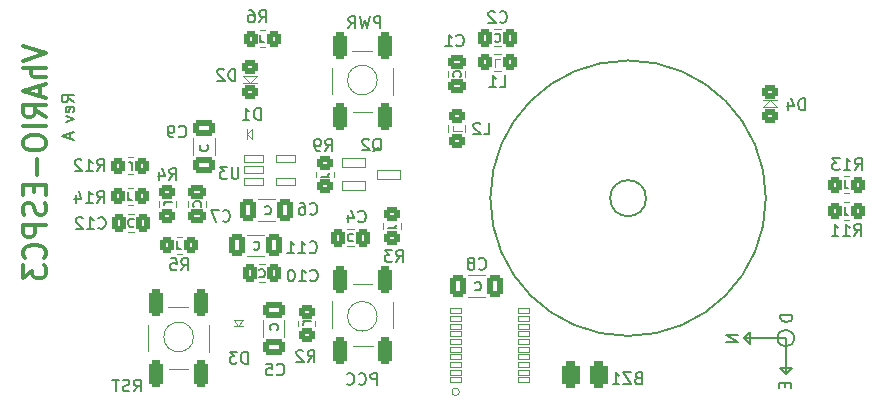
<source format=gbo>
G04 #@! TF.GenerationSoftware,KiCad,Pcbnew,6.99.0-unknown-58b8d63ff8~148~ubuntu20.04.1*
G04 #@! TF.CreationDate,2022-03-11T08:50:32+05:30*
G04 #@! TF.ProjectId,espc3-vario,65737063-332d-4766-9172-696f2e6b6963,rev?*
G04 #@! TF.SameCoordinates,Original*
G04 #@! TF.FileFunction,Legend,Bot*
G04 #@! TF.FilePolarity,Positive*
%FSLAX46Y46*%
G04 Gerber Fmt 4.6, Leading zero omitted, Abs format (unit mm)*
G04 Created by KiCad (PCBNEW 6.99.0-unknown-58b8d63ff8~148~ubuntu20.04.1) date 2022-03-11 08:50:32*
%MOMM*%
%LPD*%
G01*
G04 APERTURE LIST*
G04 Aperture macros list*
%AMRoundRect*
0 Rectangle with rounded corners*
0 $1 Rounding radius*
0 $2 $3 $4 $5 $6 $7 $8 $9 X,Y pos of 4 corners*
0 Add a 4 corners polygon primitive as box body*
4,1,4,$2,$3,$4,$5,$6,$7,$8,$9,$2,$3,0*
0 Add four circle primitives for the rounded corners*
1,1,$1+$1,$2,$3*
1,1,$1+$1,$4,$5*
1,1,$1+$1,$6,$7*
1,1,$1+$1,$8,$9*
0 Add four rect primitives between the rounded corners*
20,1,$1+$1,$2,$3,$4,$5,0*
20,1,$1+$1,$4,$5,$6,$7,0*
20,1,$1+$1,$6,$7,$8,$9,0*
20,1,$1+$1,$8,$9,$2,$3,0*%
G04 Aperture macros list end*
%ADD10C,0.150000*%
%ADD11C,0.300000*%
%ADD12C,0.120000*%
%ADD13R,1.700000X1.700000*%
%ADD14O,1.700000X1.700000*%
%ADD15C,2.500000*%
%ADD16O,1.800000X1.000000*%
%ADD17RoundRect,0.300000X0.300000X-0.843000X0.300000X0.843000X-0.300000X0.843000X-0.300000X-0.843000X0*%
%ADD18RoundRect,0.300000X-0.300000X0.843000X-0.300000X-0.843000X0.300000X-0.843000X0.300000X0.843000X0*%
%ADD19RoundRect,0.250000X0.412500X0.650000X-0.412500X0.650000X-0.412500X-0.650000X0.412500X-0.650000X0*%
%ADD20R,1.000000X1.000000*%
%ADD21RoundRect,0.250000X0.450000X-0.325000X0.450000X0.325000X-0.450000X0.325000X-0.450000X-0.325000X0*%
%ADD22RoundRect,0.250000X-0.650000X0.412500X-0.650000X-0.412500X0.650000X-0.412500X0.650000X0.412500X0*%
%ADD23RoundRect,0.250000X-0.325000X-0.450000X0.325000X-0.450000X0.325000X0.450000X-0.325000X0.450000X0*%
%ADD24RoundRect,0.250000X0.650000X-0.412500X0.650000X0.412500X-0.650000X0.412500X-0.650000X-0.412500X0*%
%ADD25RoundRect,0.250000X-0.337500X-0.475000X0.337500X-0.475000X0.337500X0.475000X-0.337500X0.475000X0*%
%ADD26RoundRect,0.250000X-0.350000X-0.450000X0.350000X-0.450000X0.350000X0.450000X-0.350000X0.450000X0*%
%ADD27RoundRect,0.250000X0.450000X-0.350000X0.450000X0.350000X-0.450000X0.350000X-0.450000X-0.350000X0*%
%ADD28RoundRect,0.250000X0.337500X0.475000X-0.337500X0.475000X-0.337500X-0.475000X0.337500X-0.475000X0*%
%ADD29RoundRect,0.050000X-0.500000X-0.200000X0.500000X-0.200000X0.500000X0.200000X-0.500000X0.200000X0*%
%ADD30RoundRect,0.250000X-0.450000X0.350000X-0.450000X-0.350000X0.450000X-0.350000X0.450000X0.350000X0*%
%ADD31RoundRect,0.250000X-0.475000X0.337500X-0.475000X-0.337500X0.475000X-0.337500X0.475000X0.337500X0*%
%ADD32RoundRect,0.050000X-0.780000X-0.325000X0.780000X-0.325000X0.780000X0.325000X-0.780000X0.325000X0*%
%ADD33RoundRect,0.250000X0.350000X0.450000X-0.350000X0.450000X-0.350000X-0.450000X0.350000X-0.450000X0*%
%ADD34RoundRect,0.050000X-0.950000X-0.400000X0.950000X-0.400000X0.950000X0.400000X-0.950000X0.400000X0*%
%ADD35RoundRect,0.250000X-0.450000X0.325000X-0.450000X-0.325000X0.450000X-0.325000X0.450000X0.325000X0*%
%ADD36RoundRect,0.381000X-0.381000X0.762000X-0.381000X-0.762000X0.381000X-0.762000X0.381000X0.762000X0*%
G04 APERTURE END LIST*
D10*
X96052380Y-94871428D02*
X95576190Y-94538095D01*
X96052380Y-94300000D02*
X95052380Y-94300000D01*
X95052380Y-94300000D02*
X95052380Y-94680952D01*
X95052380Y-94680952D02*
X95100000Y-94776190D01*
X95100000Y-94776190D02*
X95147619Y-94823809D01*
X95147619Y-94823809D02*
X95242857Y-94871428D01*
X95242857Y-94871428D02*
X95385714Y-94871428D01*
X95385714Y-94871428D02*
X95480952Y-94823809D01*
X95480952Y-94823809D02*
X95528571Y-94776190D01*
X95528571Y-94776190D02*
X95576190Y-94680952D01*
X95576190Y-94680952D02*
X95576190Y-94300000D01*
X96004761Y-95680952D02*
X96052380Y-95585714D01*
X96052380Y-95585714D02*
X96052380Y-95395238D01*
X96052380Y-95395238D02*
X96004761Y-95300000D01*
X96004761Y-95300000D02*
X95909523Y-95252381D01*
X95909523Y-95252381D02*
X95528571Y-95252381D01*
X95528571Y-95252381D02*
X95433333Y-95300000D01*
X95433333Y-95300000D02*
X95385714Y-95395238D01*
X95385714Y-95395238D02*
X95385714Y-95585714D01*
X95385714Y-95585714D02*
X95433333Y-95680952D01*
X95433333Y-95680952D02*
X95528571Y-95728571D01*
X95528571Y-95728571D02*
X95623809Y-95728571D01*
X95623809Y-95728571D02*
X95719047Y-95252381D01*
X95385714Y-96061905D02*
X96052380Y-96300000D01*
X96052380Y-96300000D02*
X95385714Y-96538095D01*
X95766666Y-97471429D02*
X95766666Y-97947619D01*
X96052380Y-97376191D02*
X95052380Y-97709524D01*
X95052380Y-97709524D02*
X96052380Y-98042857D01*
X155850000Y-117350000D02*
X156850000Y-117350000D01*
X156350000Y-114850000D02*
X152850000Y-114850000D01*
X153350000Y-114350000D02*
X152850000Y-114850000D01*
X154661904Y-103000000D02*
G75*
G03*
X154661904Y-103000000I-11661904J0D01*
G01*
X153350000Y-114850000D02*
X153350000Y-115350000D01*
X157057107Y-114850000D02*
G75*
G03*
X157057107Y-114850000I-707107J0D01*
G01*
X156350000Y-114850000D02*
X156350000Y-117850000D01*
X153350000Y-115350000D02*
X152850000Y-114850000D01*
X156350000Y-117850000D02*
X155850000Y-117350000D01*
X156850000Y-117350000D02*
X156350000Y-117850000D01*
X153350000Y-114850000D02*
X153350000Y-114350000D01*
X144520691Y-103000000D02*
G75*
G03*
X144520691Y-103000000I-1520691J0D01*
G01*
X152302380Y-114564286D02*
X151302380Y-114564286D01*
X151302380Y-114564286D02*
X152302380Y-115135714D01*
X152302380Y-115135714D02*
X151302380Y-115135714D01*
X101147619Y-119352380D02*
X101480952Y-118876190D01*
X101719047Y-119352380D02*
X101719047Y-118352380D01*
X101719047Y-118352380D02*
X101338095Y-118352380D01*
X101338095Y-118352380D02*
X101242857Y-118400000D01*
X101242857Y-118400000D02*
X101195238Y-118447619D01*
X101195238Y-118447619D02*
X101147619Y-118542857D01*
X101147619Y-118542857D02*
X101147619Y-118685714D01*
X101147619Y-118685714D02*
X101195238Y-118780952D01*
X101195238Y-118780952D02*
X101242857Y-118828571D01*
X101242857Y-118828571D02*
X101338095Y-118876190D01*
X101338095Y-118876190D02*
X101719047Y-118876190D01*
X100766666Y-119304761D02*
X100623809Y-119352380D01*
X100623809Y-119352380D02*
X100385714Y-119352380D01*
X100385714Y-119352380D02*
X100290476Y-119304761D01*
X100290476Y-119304761D02*
X100242857Y-119257142D01*
X100242857Y-119257142D02*
X100195238Y-119161904D01*
X100195238Y-119161904D02*
X100195238Y-119066666D01*
X100195238Y-119066666D02*
X100242857Y-118971428D01*
X100242857Y-118971428D02*
X100290476Y-118923809D01*
X100290476Y-118923809D02*
X100385714Y-118876190D01*
X100385714Y-118876190D02*
X100576190Y-118828571D01*
X100576190Y-118828571D02*
X100671428Y-118780952D01*
X100671428Y-118780952D02*
X100719047Y-118733333D01*
X100719047Y-118733333D02*
X100766666Y-118638095D01*
X100766666Y-118638095D02*
X100766666Y-118542857D01*
X100766666Y-118542857D02*
X100719047Y-118447619D01*
X100719047Y-118447619D02*
X100671428Y-118400000D01*
X100671428Y-118400000D02*
X100576190Y-118352380D01*
X100576190Y-118352380D02*
X100338095Y-118352380D01*
X100338095Y-118352380D02*
X100195238Y-118400000D01*
X99909523Y-118352380D02*
X99338095Y-118352380D01*
X99623809Y-119352380D02*
X99623809Y-118352380D01*
X156278571Y-118635714D02*
X156278571Y-118969047D01*
X156802380Y-119111904D02*
X156802380Y-118635714D01*
X156802380Y-118635714D02*
X155802380Y-118635714D01*
X155802380Y-118635714D02*
X155802380Y-119111904D01*
X110011904Y-100352380D02*
X110011904Y-101161904D01*
X110011904Y-101161904D02*
X109964285Y-101257142D01*
X109964285Y-101257142D02*
X109916666Y-101304761D01*
X109916666Y-101304761D02*
X109821428Y-101352380D01*
X109821428Y-101352380D02*
X109630952Y-101352380D01*
X109630952Y-101352380D02*
X109535714Y-101304761D01*
X109535714Y-101304761D02*
X109488095Y-101257142D01*
X109488095Y-101257142D02*
X109440476Y-101161904D01*
X109440476Y-101161904D02*
X109440476Y-100352380D01*
X109059523Y-100352380D02*
X108440476Y-100352380D01*
X108440476Y-100352380D02*
X108773809Y-100733333D01*
X108773809Y-100733333D02*
X108630952Y-100733333D01*
X108630952Y-100733333D02*
X108535714Y-100780952D01*
X108535714Y-100780952D02*
X108488095Y-100828571D01*
X108488095Y-100828571D02*
X108440476Y-100923809D01*
X108440476Y-100923809D02*
X108440476Y-101161904D01*
X108440476Y-101161904D02*
X108488095Y-101257142D01*
X108488095Y-101257142D02*
X108535714Y-101304761D01*
X108535714Y-101304761D02*
X108630952Y-101352380D01*
X108630952Y-101352380D02*
X108916666Y-101352380D01*
X108916666Y-101352380D02*
X109011904Y-101304761D01*
X109011904Y-101304761D02*
X109059523Y-101257142D01*
X122033332Y-88602380D02*
X122033332Y-87602380D01*
X122033332Y-87602380D02*
X121652380Y-87602380D01*
X121652380Y-87602380D02*
X121557142Y-87650000D01*
X121557142Y-87650000D02*
X121509523Y-87697619D01*
X121509523Y-87697619D02*
X121461904Y-87792857D01*
X121461904Y-87792857D02*
X121461904Y-87935714D01*
X121461904Y-87935714D02*
X121509523Y-88030952D01*
X121509523Y-88030952D02*
X121557142Y-88078571D01*
X121557142Y-88078571D02*
X121652380Y-88126190D01*
X121652380Y-88126190D02*
X122033332Y-88126190D01*
X121128570Y-87602380D02*
X120890475Y-88602380D01*
X120890475Y-88602380D02*
X120699999Y-87888095D01*
X120699999Y-87888095D02*
X120509523Y-88602380D01*
X120509523Y-88602380D02*
X120271428Y-87602380D01*
X119319047Y-88602380D02*
X119652380Y-88126190D01*
X119890475Y-88602380D02*
X119890475Y-87602380D01*
X119890475Y-87602380D02*
X119509523Y-87602380D01*
X119509523Y-87602380D02*
X119414285Y-87650000D01*
X119414285Y-87650000D02*
X119366666Y-87697619D01*
X119366666Y-87697619D02*
X119319047Y-87792857D01*
X119319047Y-87792857D02*
X119319047Y-87935714D01*
X119319047Y-87935714D02*
X119366666Y-88030952D01*
X119366666Y-88030952D02*
X119414285Y-88078571D01*
X119414285Y-88078571D02*
X119509523Y-88126190D01*
X119509523Y-88126190D02*
X119890475Y-88126190D01*
D11*
X91754761Y-90150000D02*
X93754761Y-90750000D01*
X93754761Y-90750000D02*
X91754761Y-91350000D01*
X93754761Y-91950000D02*
X91754761Y-91950000D01*
X93754761Y-92721429D02*
X92707142Y-92721429D01*
X92707142Y-92721429D02*
X92516666Y-92635714D01*
X92516666Y-92635714D02*
X92421428Y-92464286D01*
X92421428Y-92464286D02*
X92421428Y-92207143D01*
X92421428Y-92207143D02*
X92516666Y-92035714D01*
X92516666Y-92035714D02*
X92611904Y-91950000D01*
X93183333Y-93492857D02*
X93183333Y-94350000D01*
X93754761Y-93321428D02*
X91754761Y-93921428D01*
X91754761Y-93921428D02*
X93754761Y-94521428D01*
X93754761Y-96149999D02*
X92802380Y-95549999D01*
X93754761Y-95121428D02*
X91754761Y-95121428D01*
X91754761Y-95121428D02*
X91754761Y-95807142D01*
X91754761Y-95807142D02*
X91850000Y-95978571D01*
X91850000Y-95978571D02*
X91945238Y-96064285D01*
X91945238Y-96064285D02*
X92135714Y-96149999D01*
X92135714Y-96149999D02*
X92421428Y-96149999D01*
X92421428Y-96149999D02*
X92611904Y-96064285D01*
X92611904Y-96064285D02*
X92707142Y-95978571D01*
X92707142Y-95978571D02*
X92802380Y-95807142D01*
X92802380Y-95807142D02*
X92802380Y-95121428D01*
X93754761Y-96921428D02*
X91754761Y-96921428D01*
X91754761Y-98121428D02*
X91754761Y-98464285D01*
X91754761Y-98464285D02*
X91850000Y-98635714D01*
X91850000Y-98635714D02*
X92040476Y-98807142D01*
X92040476Y-98807142D02*
X92421428Y-98892857D01*
X92421428Y-98892857D02*
X93088095Y-98892857D01*
X93088095Y-98892857D02*
X93469047Y-98807142D01*
X93469047Y-98807142D02*
X93659523Y-98635714D01*
X93659523Y-98635714D02*
X93754761Y-98464285D01*
X93754761Y-98464285D02*
X93754761Y-98121428D01*
X93754761Y-98121428D02*
X93659523Y-97950000D01*
X93659523Y-97950000D02*
X93469047Y-97778571D01*
X93469047Y-97778571D02*
X93088095Y-97692857D01*
X93088095Y-97692857D02*
X92421428Y-97692857D01*
X92421428Y-97692857D02*
X92040476Y-97778571D01*
X92040476Y-97778571D02*
X91850000Y-97950000D01*
X91850000Y-97950000D02*
X91754761Y-98121428D01*
X92992857Y-99664285D02*
X92992857Y-101035714D01*
X92707142Y-101892856D02*
X92707142Y-102492856D01*
X93754761Y-102749999D02*
X93754761Y-101892856D01*
X93754761Y-101892856D02*
X91754761Y-101892856D01*
X91754761Y-101892856D02*
X91754761Y-102749999D01*
X93659523Y-103435713D02*
X93754761Y-103692856D01*
X93754761Y-103692856D02*
X93754761Y-104121427D01*
X93754761Y-104121427D02*
X93659523Y-104292856D01*
X93659523Y-104292856D02*
X93564285Y-104378570D01*
X93564285Y-104378570D02*
X93373809Y-104464284D01*
X93373809Y-104464284D02*
X93183333Y-104464284D01*
X93183333Y-104464284D02*
X92992857Y-104378570D01*
X92992857Y-104378570D02*
X92897619Y-104292856D01*
X92897619Y-104292856D02*
X92802380Y-104121427D01*
X92802380Y-104121427D02*
X92707142Y-103778570D01*
X92707142Y-103778570D02*
X92611904Y-103607141D01*
X92611904Y-103607141D02*
X92516666Y-103521427D01*
X92516666Y-103521427D02*
X92326190Y-103435713D01*
X92326190Y-103435713D02*
X92135714Y-103435713D01*
X92135714Y-103435713D02*
X91945238Y-103521427D01*
X91945238Y-103521427D02*
X91850000Y-103607141D01*
X91850000Y-103607141D02*
X91754761Y-103778570D01*
X91754761Y-103778570D02*
X91754761Y-104207141D01*
X91754761Y-104207141D02*
X91850000Y-104464284D01*
X93754761Y-105235713D02*
X91754761Y-105235713D01*
X91754761Y-105235713D02*
X91754761Y-105921427D01*
X91754761Y-105921427D02*
X91850000Y-106092856D01*
X91850000Y-106092856D02*
X91945238Y-106178570D01*
X91945238Y-106178570D02*
X92135714Y-106264284D01*
X92135714Y-106264284D02*
X92421428Y-106264284D01*
X92421428Y-106264284D02*
X92611904Y-106178570D01*
X92611904Y-106178570D02*
X92707142Y-106092856D01*
X92707142Y-106092856D02*
X92802380Y-105921427D01*
X92802380Y-105921427D02*
X92802380Y-105235713D01*
X93564285Y-108064284D02*
X93659523Y-107978570D01*
X93659523Y-107978570D02*
X93754761Y-107721427D01*
X93754761Y-107721427D02*
X93754761Y-107549999D01*
X93754761Y-107549999D02*
X93659523Y-107292856D01*
X93659523Y-107292856D02*
X93469047Y-107121427D01*
X93469047Y-107121427D02*
X93278571Y-107035713D01*
X93278571Y-107035713D02*
X92897619Y-106949999D01*
X92897619Y-106949999D02*
X92611904Y-106949999D01*
X92611904Y-106949999D02*
X92230952Y-107035713D01*
X92230952Y-107035713D02*
X92040476Y-107121427D01*
X92040476Y-107121427D02*
X91850000Y-107292856D01*
X91850000Y-107292856D02*
X91754761Y-107549999D01*
X91754761Y-107549999D02*
X91754761Y-107721427D01*
X91754761Y-107721427D02*
X91850000Y-107978570D01*
X91850000Y-107978570D02*
X91945238Y-108064284D01*
X91754761Y-108664284D02*
X91754761Y-109778570D01*
X91754761Y-109778570D02*
X92516666Y-109178570D01*
X92516666Y-109178570D02*
X92516666Y-109435713D01*
X92516666Y-109435713D02*
X92611904Y-109607142D01*
X92611904Y-109607142D02*
X92707142Y-109692856D01*
X92707142Y-109692856D02*
X92897619Y-109778570D01*
X92897619Y-109778570D02*
X93373809Y-109778570D01*
X93373809Y-109778570D02*
X93564285Y-109692856D01*
X93564285Y-109692856D02*
X93659523Y-109607142D01*
X93659523Y-109607142D02*
X93754761Y-109435713D01*
X93754761Y-109435713D02*
X93754761Y-108921427D01*
X93754761Y-108921427D02*
X93659523Y-108749999D01*
X93659523Y-108749999D02*
X93564285Y-108664284D01*
D10*
X156902380Y-112888095D02*
X155902380Y-112888095D01*
X155902380Y-112888095D02*
X155902380Y-113126190D01*
X155902380Y-113126190D02*
X155950000Y-113269047D01*
X155950000Y-113269047D02*
X156045238Y-113364285D01*
X156045238Y-113364285D02*
X156140476Y-113411904D01*
X156140476Y-113411904D02*
X156330952Y-113459523D01*
X156330952Y-113459523D02*
X156473809Y-113459523D01*
X156473809Y-113459523D02*
X156664285Y-113411904D01*
X156664285Y-113411904D02*
X156759523Y-113364285D01*
X156759523Y-113364285D02*
X156854761Y-113269047D01*
X156854761Y-113269047D02*
X156902380Y-113126190D01*
X156902380Y-113126190D02*
X156902380Y-112888095D01*
X121761904Y-118802380D02*
X121761904Y-117802380D01*
X121761904Y-117802380D02*
X121380952Y-117802380D01*
X121380952Y-117802380D02*
X121285714Y-117850000D01*
X121285714Y-117850000D02*
X121238095Y-117897619D01*
X121238095Y-117897619D02*
X121190476Y-117992857D01*
X121190476Y-117992857D02*
X121190476Y-118135714D01*
X121190476Y-118135714D02*
X121238095Y-118230952D01*
X121238095Y-118230952D02*
X121285714Y-118278571D01*
X121285714Y-118278571D02*
X121380952Y-118326190D01*
X121380952Y-118326190D02*
X121761904Y-118326190D01*
X120190476Y-118707142D02*
X120238095Y-118754761D01*
X120238095Y-118754761D02*
X120380952Y-118802380D01*
X120380952Y-118802380D02*
X120476190Y-118802380D01*
X120476190Y-118802380D02*
X120619047Y-118754761D01*
X120619047Y-118754761D02*
X120714285Y-118659523D01*
X120714285Y-118659523D02*
X120761904Y-118564285D01*
X120761904Y-118564285D02*
X120809523Y-118373809D01*
X120809523Y-118373809D02*
X120809523Y-118230952D01*
X120809523Y-118230952D02*
X120761904Y-118040476D01*
X120761904Y-118040476D02*
X120714285Y-117945238D01*
X120714285Y-117945238D02*
X120619047Y-117850000D01*
X120619047Y-117850000D02*
X120476190Y-117802380D01*
X120476190Y-117802380D02*
X120380952Y-117802380D01*
X120380952Y-117802380D02*
X120238095Y-117850000D01*
X120238095Y-117850000D02*
X120190476Y-117897619D01*
X119190476Y-118707142D02*
X119238095Y-118754761D01*
X119238095Y-118754761D02*
X119380952Y-118802380D01*
X119380952Y-118802380D02*
X119476190Y-118802380D01*
X119476190Y-118802380D02*
X119619047Y-118754761D01*
X119619047Y-118754761D02*
X119714285Y-118659523D01*
X119714285Y-118659523D02*
X119761904Y-118564285D01*
X119761904Y-118564285D02*
X119809523Y-118373809D01*
X119809523Y-118373809D02*
X119809523Y-118230952D01*
X119809523Y-118230952D02*
X119761904Y-118040476D01*
X119761904Y-118040476D02*
X119714285Y-117945238D01*
X119714285Y-117945238D02*
X119619047Y-117850000D01*
X119619047Y-117850000D02*
X119476190Y-117802380D01*
X119476190Y-117802380D02*
X119380952Y-117802380D01*
X119380952Y-117802380D02*
X119238095Y-117850000D01*
X119238095Y-117850000D02*
X119190476Y-117897619D01*
X116066666Y-104307142D02*
X116114285Y-104354761D01*
X116114285Y-104354761D02*
X116257142Y-104402380D01*
X116257142Y-104402380D02*
X116352380Y-104402380D01*
X116352380Y-104402380D02*
X116495237Y-104354761D01*
X116495237Y-104354761D02*
X116590475Y-104259523D01*
X116590475Y-104259523D02*
X116638094Y-104164285D01*
X116638094Y-104164285D02*
X116685713Y-103973809D01*
X116685713Y-103973809D02*
X116685713Y-103830952D01*
X116685713Y-103830952D02*
X116638094Y-103640476D01*
X116638094Y-103640476D02*
X116590475Y-103545238D01*
X116590475Y-103545238D02*
X116495237Y-103450000D01*
X116495237Y-103450000D02*
X116352380Y-103402380D01*
X116352380Y-103402380D02*
X116257142Y-103402380D01*
X116257142Y-103402380D02*
X116114285Y-103450000D01*
X116114285Y-103450000D02*
X116066666Y-103497619D01*
X115209523Y-103402380D02*
X115399999Y-103402380D01*
X115399999Y-103402380D02*
X115495237Y-103450000D01*
X115495237Y-103450000D02*
X115542856Y-103497619D01*
X115542856Y-103497619D02*
X115638094Y-103640476D01*
X115638094Y-103640476D02*
X115685713Y-103830952D01*
X115685713Y-103830952D02*
X115685713Y-104211904D01*
X115685713Y-104211904D02*
X115638094Y-104307142D01*
X115638094Y-104307142D02*
X115590475Y-104354761D01*
X115590475Y-104354761D02*
X115495237Y-104402380D01*
X115495237Y-104402380D02*
X115304761Y-104402380D01*
X115304761Y-104402380D02*
X115209523Y-104354761D01*
X115209523Y-104354761D02*
X115161904Y-104307142D01*
X115161904Y-104307142D02*
X115114285Y-104211904D01*
X115114285Y-104211904D02*
X115114285Y-103973809D01*
X115114285Y-103973809D02*
X115161904Y-103878571D01*
X115161904Y-103878571D02*
X115209523Y-103830952D01*
X115209523Y-103830952D02*
X115304761Y-103783333D01*
X115304761Y-103783333D02*
X115495237Y-103783333D01*
X115495237Y-103783333D02*
X115590475Y-103830952D01*
X115590475Y-103830952D02*
X115638094Y-103878571D01*
X115638094Y-103878571D02*
X115685713Y-103973809D01*
X112261904Y-104304761D02*
X112357142Y-104352380D01*
X112357142Y-104352380D02*
X112547618Y-104352380D01*
X112547618Y-104352380D02*
X112642856Y-104304761D01*
X112642856Y-104304761D02*
X112690475Y-104257142D01*
X112690475Y-104257142D02*
X112738094Y-104161904D01*
X112738094Y-104161904D02*
X112738094Y-103876190D01*
X112738094Y-103876190D02*
X112690475Y-103780952D01*
X112690475Y-103780952D02*
X112642856Y-103733333D01*
X112642856Y-103733333D02*
X112547618Y-103685714D01*
X112547618Y-103685714D02*
X112357142Y-103685714D01*
X112357142Y-103685714D02*
X112261904Y-103733333D01*
X111888094Y-96352380D02*
X111888094Y-95352380D01*
X111888094Y-95352380D02*
X111649999Y-95352380D01*
X111649999Y-95352380D02*
X111507142Y-95400000D01*
X111507142Y-95400000D02*
X111411904Y-95495238D01*
X111411904Y-95495238D02*
X111364285Y-95590476D01*
X111364285Y-95590476D02*
X111316666Y-95780952D01*
X111316666Y-95780952D02*
X111316666Y-95923809D01*
X111316666Y-95923809D02*
X111364285Y-96114285D01*
X111364285Y-96114285D02*
X111411904Y-96209523D01*
X111411904Y-96209523D02*
X111507142Y-96304761D01*
X111507142Y-96304761D02*
X111649999Y-96352380D01*
X111649999Y-96352380D02*
X111888094Y-96352380D01*
X110364285Y-96352380D02*
X110935713Y-96352380D01*
X110649999Y-96352380D02*
X110649999Y-95352380D01*
X110649999Y-95352380D02*
X110745237Y-95495238D01*
X110745237Y-95495238D02*
X110840475Y-95590476D01*
X110840475Y-95590476D02*
X110935713Y-95638095D01*
X130766666Y-97602380D02*
X131242856Y-97602380D01*
X131242856Y-97602380D02*
X131242856Y-96602380D01*
X130480951Y-96697619D02*
X130433332Y-96650000D01*
X130433332Y-96650000D02*
X130338094Y-96602380D01*
X130338094Y-96602380D02*
X130099999Y-96602380D01*
X130099999Y-96602380D02*
X130004761Y-96650000D01*
X130004761Y-96650000D02*
X129957142Y-96697619D01*
X129957142Y-96697619D02*
X129909523Y-96792857D01*
X129909523Y-96792857D02*
X129909523Y-96888095D01*
X129909523Y-96888095D02*
X129957142Y-97030952D01*
X129957142Y-97030952D02*
X130528570Y-97602380D01*
X130528570Y-97602380D02*
X129909523Y-97602380D01*
X116042857Y-107557142D02*
X116090476Y-107604761D01*
X116090476Y-107604761D02*
X116233333Y-107652380D01*
X116233333Y-107652380D02*
X116328571Y-107652380D01*
X116328571Y-107652380D02*
X116471428Y-107604761D01*
X116471428Y-107604761D02*
X116566666Y-107509523D01*
X116566666Y-107509523D02*
X116614285Y-107414285D01*
X116614285Y-107414285D02*
X116661904Y-107223809D01*
X116661904Y-107223809D02*
X116661904Y-107080952D01*
X116661904Y-107080952D02*
X116614285Y-106890476D01*
X116614285Y-106890476D02*
X116566666Y-106795238D01*
X116566666Y-106795238D02*
X116471428Y-106700000D01*
X116471428Y-106700000D02*
X116328571Y-106652380D01*
X116328571Y-106652380D02*
X116233333Y-106652380D01*
X116233333Y-106652380D02*
X116090476Y-106700000D01*
X116090476Y-106700000D02*
X116042857Y-106747619D01*
X115090476Y-107652380D02*
X115661904Y-107652380D01*
X115376190Y-107652380D02*
X115376190Y-106652380D01*
X115376190Y-106652380D02*
X115471428Y-106795238D01*
X115471428Y-106795238D02*
X115566666Y-106890476D01*
X115566666Y-106890476D02*
X115661904Y-106938095D01*
X114138095Y-107652380D02*
X114709523Y-107652380D01*
X114423809Y-107652380D02*
X114423809Y-106652380D01*
X114423809Y-106652380D02*
X114519047Y-106795238D01*
X114519047Y-106795238D02*
X114614285Y-106890476D01*
X114614285Y-106890476D02*
X114709523Y-106938095D01*
X111311904Y-107304761D02*
X111407142Y-107352380D01*
X111407142Y-107352380D02*
X111597618Y-107352380D01*
X111597618Y-107352380D02*
X111692856Y-107304761D01*
X111692856Y-107304761D02*
X111740475Y-107257142D01*
X111740475Y-107257142D02*
X111788094Y-107161904D01*
X111788094Y-107161904D02*
X111788094Y-106876190D01*
X111788094Y-106876190D02*
X111740475Y-106780952D01*
X111740475Y-106780952D02*
X111692856Y-106733333D01*
X111692856Y-106733333D02*
X111597618Y-106685714D01*
X111597618Y-106685714D02*
X111407142Y-106685714D01*
X111407142Y-106685714D02*
X111311904Y-106733333D01*
X113266666Y-117907142D02*
X113314285Y-117954761D01*
X113314285Y-117954761D02*
X113457142Y-118002380D01*
X113457142Y-118002380D02*
X113552380Y-118002380D01*
X113552380Y-118002380D02*
X113695237Y-117954761D01*
X113695237Y-117954761D02*
X113790475Y-117859523D01*
X113790475Y-117859523D02*
X113838094Y-117764285D01*
X113838094Y-117764285D02*
X113885713Y-117573809D01*
X113885713Y-117573809D02*
X113885713Y-117430952D01*
X113885713Y-117430952D02*
X113838094Y-117240476D01*
X113838094Y-117240476D02*
X113790475Y-117145238D01*
X113790475Y-117145238D02*
X113695237Y-117050000D01*
X113695237Y-117050000D02*
X113552380Y-117002380D01*
X113552380Y-117002380D02*
X113457142Y-117002380D01*
X113457142Y-117002380D02*
X113314285Y-117050000D01*
X113314285Y-117050000D02*
X113266666Y-117097619D01*
X112361904Y-117002380D02*
X112838094Y-117002380D01*
X112838094Y-117002380D02*
X112885713Y-117478571D01*
X112885713Y-117478571D02*
X112838094Y-117430952D01*
X112838094Y-117430952D02*
X112742856Y-117383333D01*
X112742856Y-117383333D02*
X112504761Y-117383333D01*
X112504761Y-117383333D02*
X112409523Y-117430952D01*
X112409523Y-117430952D02*
X112361904Y-117478571D01*
X112361904Y-117478571D02*
X112314285Y-117573809D01*
X112314285Y-117573809D02*
X112314285Y-117811904D01*
X112314285Y-117811904D02*
X112361904Y-117907142D01*
X112361904Y-117907142D02*
X112409523Y-117954761D01*
X112409523Y-117954761D02*
X112504761Y-118002380D01*
X112504761Y-118002380D02*
X112742856Y-118002380D01*
X112742856Y-118002380D02*
X112838094Y-117954761D01*
X112838094Y-117954761D02*
X112885713Y-117907142D01*
X113304761Y-114138095D02*
X113352380Y-114042857D01*
X113352380Y-114042857D02*
X113352380Y-113852381D01*
X113352380Y-113852381D02*
X113304761Y-113757143D01*
X113304761Y-113757143D02*
X113257142Y-113709524D01*
X113257142Y-113709524D02*
X113161904Y-113661905D01*
X113161904Y-113661905D02*
X112876190Y-113661905D01*
X112876190Y-113661905D02*
X112780952Y-113709524D01*
X112780952Y-113709524D02*
X112733333Y-113757143D01*
X112733333Y-113757143D02*
X112685714Y-113852381D01*
X112685714Y-113852381D02*
X112685714Y-114042857D01*
X112685714Y-114042857D02*
X112733333Y-114138095D01*
X132116666Y-93602380D02*
X132592856Y-93602380D01*
X132592856Y-93602380D02*
X132592856Y-92602380D01*
X131259523Y-93602380D02*
X131830951Y-93602380D01*
X131545237Y-93602380D02*
X131545237Y-92602380D01*
X131545237Y-92602380D02*
X131640475Y-92745238D01*
X131640475Y-92745238D02*
X131735713Y-92840476D01*
X131735713Y-92840476D02*
X131830951Y-92888095D01*
X104966666Y-97757142D02*
X105014285Y-97804761D01*
X105014285Y-97804761D02*
X105157142Y-97852380D01*
X105157142Y-97852380D02*
X105252380Y-97852380D01*
X105252380Y-97852380D02*
X105395237Y-97804761D01*
X105395237Y-97804761D02*
X105490475Y-97709523D01*
X105490475Y-97709523D02*
X105538094Y-97614285D01*
X105538094Y-97614285D02*
X105585713Y-97423809D01*
X105585713Y-97423809D02*
X105585713Y-97280952D01*
X105585713Y-97280952D02*
X105538094Y-97090476D01*
X105538094Y-97090476D02*
X105490475Y-96995238D01*
X105490475Y-96995238D02*
X105395237Y-96900000D01*
X105395237Y-96900000D02*
X105252380Y-96852380D01*
X105252380Y-96852380D02*
X105157142Y-96852380D01*
X105157142Y-96852380D02*
X105014285Y-96900000D01*
X105014285Y-96900000D02*
X104966666Y-96947619D01*
X104490475Y-97852380D02*
X104299999Y-97852380D01*
X104299999Y-97852380D02*
X104204761Y-97804761D01*
X104204761Y-97804761D02*
X104157142Y-97757142D01*
X104157142Y-97757142D02*
X104061904Y-97614285D01*
X104061904Y-97614285D02*
X104014285Y-97423809D01*
X104014285Y-97423809D02*
X104014285Y-97042857D01*
X104014285Y-97042857D02*
X104061904Y-96947619D01*
X104061904Y-96947619D02*
X104109523Y-96900000D01*
X104109523Y-96900000D02*
X104204761Y-96852380D01*
X104204761Y-96852380D02*
X104395237Y-96852380D01*
X104395237Y-96852380D02*
X104490475Y-96900000D01*
X104490475Y-96900000D02*
X104538094Y-96947619D01*
X104538094Y-96947619D02*
X104585713Y-97042857D01*
X104585713Y-97042857D02*
X104585713Y-97280952D01*
X104585713Y-97280952D02*
X104538094Y-97376190D01*
X104538094Y-97376190D02*
X104490475Y-97423809D01*
X104490475Y-97423809D02*
X104395237Y-97471428D01*
X104395237Y-97471428D02*
X104204761Y-97471428D01*
X104204761Y-97471428D02*
X104109523Y-97423809D01*
X104109523Y-97423809D02*
X104061904Y-97376190D01*
X104061904Y-97376190D02*
X104014285Y-97280952D01*
X106795238Y-98511904D02*
X106747619Y-98607142D01*
X106747619Y-98607142D02*
X106747619Y-98797618D01*
X106747619Y-98797618D02*
X106795238Y-98892856D01*
X106795238Y-98892856D02*
X106842857Y-98940475D01*
X106842857Y-98940475D02*
X106938095Y-98988094D01*
X106938095Y-98988094D02*
X107223809Y-98988094D01*
X107223809Y-98988094D02*
X107319047Y-98940475D01*
X107319047Y-98940475D02*
X107366666Y-98892856D01*
X107366666Y-98892856D02*
X107414285Y-98797618D01*
X107414285Y-98797618D02*
X107414285Y-98607142D01*
X107414285Y-98607142D02*
X107366666Y-98511904D01*
X120166666Y-104957142D02*
X120214285Y-105004761D01*
X120214285Y-105004761D02*
X120357142Y-105052380D01*
X120357142Y-105052380D02*
X120452380Y-105052380D01*
X120452380Y-105052380D02*
X120595237Y-105004761D01*
X120595237Y-105004761D02*
X120690475Y-104909523D01*
X120690475Y-104909523D02*
X120738094Y-104814285D01*
X120738094Y-104814285D02*
X120785713Y-104623809D01*
X120785713Y-104623809D02*
X120785713Y-104480952D01*
X120785713Y-104480952D02*
X120738094Y-104290476D01*
X120738094Y-104290476D02*
X120690475Y-104195238D01*
X120690475Y-104195238D02*
X120595237Y-104100000D01*
X120595237Y-104100000D02*
X120452380Y-104052380D01*
X120452380Y-104052380D02*
X120357142Y-104052380D01*
X120357142Y-104052380D02*
X120214285Y-104100000D01*
X120214285Y-104100000D02*
X120166666Y-104147619D01*
X119309523Y-104385714D02*
X119309523Y-105052380D01*
X119547618Y-104004761D02*
X119785713Y-104719047D01*
X119785713Y-104719047D02*
X119166666Y-104719047D01*
X119738095Y-106045238D02*
X119642857Y-105997619D01*
X119642857Y-105997619D02*
X119452381Y-105997619D01*
X119452381Y-105997619D02*
X119357143Y-106045238D01*
X119357143Y-106045238D02*
X119309524Y-106092857D01*
X119309524Y-106092857D02*
X119261905Y-106188095D01*
X119261905Y-106188095D02*
X119261905Y-106473809D01*
X119261905Y-106473809D02*
X119309524Y-106569047D01*
X119309524Y-106569047D02*
X119357143Y-106616666D01*
X119357143Y-106616666D02*
X119452381Y-106664285D01*
X119452381Y-106664285D02*
X119642857Y-106664285D01*
X119642857Y-106664285D02*
X119738095Y-106616666D01*
X162142857Y-106202380D02*
X162476190Y-105726190D01*
X162714285Y-106202380D02*
X162714285Y-105202380D01*
X162714285Y-105202380D02*
X162333333Y-105202380D01*
X162333333Y-105202380D02*
X162238095Y-105250000D01*
X162238095Y-105250000D02*
X162190476Y-105297619D01*
X162190476Y-105297619D02*
X162142857Y-105392857D01*
X162142857Y-105392857D02*
X162142857Y-105535714D01*
X162142857Y-105535714D02*
X162190476Y-105630952D01*
X162190476Y-105630952D02*
X162238095Y-105678571D01*
X162238095Y-105678571D02*
X162333333Y-105726190D01*
X162333333Y-105726190D02*
X162714285Y-105726190D01*
X161190476Y-106202380D02*
X161761904Y-106202380D01*
X161476190Y-106202380D02*
X161476190Y-105202380D01*
X161476190Y-105202380D02*
X161571428Y-105345238D01*
X161571428Y-105345238D02*
X161666666Y-105440476D01*
X161666666Y-105440476D02*
X161761904Y-105488095D01*
X160238095Y-106202380D02*
X160809523Y-106202380D01*
X160523809Y-106202380D02*
X160523809Y-105202380D01*
X160523809Y-105202380D02*
X160619047Y-105345238D01*
X160619047Y-105345238D02*
X160714285Y-105440476D01*
X160714285Y-105440476D02*
X160809523Y-105488095D01*
X161328571Y-103747619D02*
X161328571Y-104414285D01*
X161328571Y-104223809D02*
X161376190Y-104319047D01*
X161376190Y-104319047D02*
X161423809Y-104366666D01*
X161423809Y-104366666D02*
X161519047Y-104414285D01*
X161519047Y-104414285D02*
X161614285Y-104414285D01*
X117366666Y-99002380D02*
X117699999Y-98526190D01*
X117938094Y-99002380D02*
X117938094Y-98002380D01*
X117938094Y-98002380D02*
X117557142Y-98002380D01*
X117557142Y-98002380D02*
X117461904Y-98050000D01*
X117461904Y-98050000D02*
X117414285Y-98097619D01*
X117414285Y-98097619D02*
X117366666Y-98192857D01*
X117366666Y-98192857D02*
X117366666Y-98335714D01*
X117366666Y-98335714D02*
X117414285Y-98430952D01*
X117414285Y-98430952D02*
X117461904Y-98478571D01*
X117461904Y-98478571D02*
X117557142Y-98526190D01*
X117557142Y-98526190D02*
X117938094Y-98526190D01*
X116890475Y-99002380D02*
X116699999Y-99002380D01*
X116699999Y-99002380D02*
X116604761Y-98954761D01*
X116604761Y-98954761D02*
X116557142Y-98907142D01*
X116557142Y-98907142D02*
X116461904Y-98764285D01*
X116461904Y-98764285D02*
X116414285Y-98573809D01*
X116414285Y-98573809D02*
X116414285Y-98192857D01*
X116414285Y-98192857D02*
X116461904Y-98097619D01*
X116461904Y-98097619D02*
X116509523Y-98050000D01*
X116509523Y-98050000D02*
X116604761Y-98002380D01*
X116604761Y-98002380D02*
X116795237Y-98002380D01*
X116795237Y-98002380D02*
X116890475Y-98050000D01*
X116890475Y-98050000D02*
X116938094Y-98097619D01*
X116938094Y-98097619D02*
X116985713Y-98192857D01*
X116985713Y-98192857D02*
X116985713Y-98430952D01*
X116985713Y-98430952D02*
X116938094Y-98526190D01*
X116938094Y-98526190D02*
X116890475Y-98573809D01*
X116890475Y-98573809D02*
X116795237Y-98621428D01*
X116795237Y-98621428D02*
X116604761Y-98621428D01*
X116604761Y-98621428D02*
X116509523Y-98573809D01*
X116509523Y-98573809D02*
X116461904Y-98526190D01*
X116461904Y-98526190D02*
X116414285Y-98430952D01*
X116997619Y-101171428D02*
X117664285Y-101171428D01*
X117473809Y-101171428D02*
X117569047Y-101123809D01*
X117569047Y-101123809D02*
X117616666Y-101076190D01*
X117616666Y-101076190D02*
X117664285Y-100980952D01*
X117664285Y-100980952D02*
X117664285Y-100885714D01*
X123366666Y-108402380D02*
X123699999Y-107926190D01*
X123938094Y-108402380D02*
X123938094Y-107402380D01*
X123938094Y-107402380D02*
X123557142Y-107402380D01*
X123557142Y-107402380D02*
X123461904Y-107450000D01*
X123461904Y-107450000D02*
X123414285Y-107497619D01*
X123414285Y-107497619D02*
X123366666Y-107592857D01*
X123366666Y-107592857D02*
X123366666Y-107735714D01*
X123366666Y-107735714D02*
X123414285Y-107830952D01*
X123414285Y-107830952D02*
X123461904Y-107878571D01*
X123461904Y-107878571D02*
X123557142Y-107926190D01*
X123557142Y-107926190D02*
X123938094Y-107926190D01*
X123033332Y-107402380D02*
X122414285Y-107402380D01*
X122414285Y-107402380D02*
X122747618Y-107783333D01*
X122747618Y-107783333D02*
X122604761Y-107783333D01*
X122604761Y-107783333D02*
X122509523Y-107830952D01*
X122509523Y-107830952D02*
X122461904Y-107878571D01*
X122461904Y-107878571D02*
X122414285Y-107973809D01*
X122414285Y-107973809D02*
X122414285Y-108211904D01*
X122414285Y-108211904D02*
X122461904Y-108307142D01*
X122461904Y-108307142D02*
X122509523Y-108354761D01*
X122509523Y-108354761D02*
X122604761Y-108402380D01*
X122604761Y-108402380D02*
X122890475Y-108402380D01*
X122890475Y-108402380D02*
X122985713Y-108354761D01*
X122985713Y-108354761D02*
X123033332Y-108307142D01*
X122647619Y-105521428D02*
X123314285Y-105521428D01*
X123123809Y-105521428D02*
X123219047Y-105473809D01*
X123219047Y-105473809D02*
X123266666Y-105426190D01*
X123266666Y-105426190D02*
X123314285Y-105330952D01*
X123314285Y-105330952D02*
X123314285Y-105235714D01*
X132116666Y-88077142D02*
X132164285Y-88124761D01*
X132164285Y-88124761D02*
X132307142Y-88172380D01*
X132307142Y-88172380D02*
X132402380Y-88172380D01*
X132402380Y-88172380D02*
X132545237Y-88124761D01*
X132545237Y-88124761D02*
X132640475Y-88029523D01*
X132640475Y-88029523D02*
X132688094Y-87934285D01*
X132688094Y-87934285D02*
X132735713Y-87743809D01*
X132735713Y-87743809D02*
X132735713Y-87600952D01*
X132735713Y-87600952D02*
X132688094Y-87410476D01*
X132688094Y-87410476D02*
X132640475Y-87315238D01*
X132640475Y-87315238D02*
X132545237Y-87220000D01*
X132545237Y-87220000D02*
X132402380Y-87172380D01*
X132402380Y-87172380D02*
X132307142Y-87172380D01*
X132307142Y-87172380D02*
X132164285Y-87220000D01*
X132164285Y-87220000D02*
X132116666Y-87267619D01*
X131735713Y-87267619D02*
X131688094Y-87220000D01*
X131688094Y-87220000D02*
X131592856Y-87172380D01*
X131592856Y-87172380D02*
X131354761Y-87172380D01*
X131354761Y-87172380D02*
X131259523Y-87220000D01*
X131259523Y-87220000D02*
X131211904Y-87267619D01*
X131211904Y-87267619D02*
X131164285Y-87362857D01*
X131164285Y-87362857D02*
X131164285Y-87458095D01*
X131164285Y-87458095D02*
X131211904Y-87600952D01*
X131211904Y-87600952D02*
X131783332Y-88172380D01*
X131783332Y-88172380D02*
X131164285Y-88172380D01*
X131711904Y-89704761D02*
X131807142Y-89752380D01*
X131807142Y-89752380D02*
X131997618Y-89752380D01*
X131997618Y-89752380D02*
X132092856Y-89704761D01*
X132092856Y-89704761D02*
X132140475Y-89657142D01*
X132140475Y-89657142D02*
X132188094Y-89561904D01*
X132188094Y-89561904D02*
X132188094Y-89276190D01*
X132188094Y-89276190D02*
X132140475Y-89180952D01*
X132140475Y-89180952D02*
X132092856Y-89133333D01*
X132092856Y-89133333D02*
X131997618Y-89085714D01*
X131997618Y-89085714D02*
X131807142Y-89085714D01*
X131807142Y-89085714D02*
X131711904Y-89133333D01*
X105166666Y-109102380D02*
X105499999Y-108626190D01*
X105738094Y-109102380D02*
X105738094Y-108102380D01*
X105738094Y-108102380D02*
X105357142Y-108102380D01*
X105357142Y-108102380D02*
X105261904Y-108150000D01*
X105261904Y-108150000D02*
X105214285Y-108197619D01*
X105214285Y-108197619D02*
X105166666Y-108292857D01*
X105166666Y-108292857D02*
X105166666Y-108435714D01*
X105166666Y-108435714D02*
X105214285Y-108530952D01*
X105214285Y-108530952D02*
X105261904Y-108578571D01*
X105261904Y-108578571D02*
X105357142Y-108626190D01*
X105357142Y-108626190D02*
X105738094Y-108626190D01*
X104261904Y-108102380D02*
X104738094Y-108102380D01*
X104738094Y-108102380D02*
X104785713Y-108578571D01*
X104785713Y-108578571D02*
X104738094Y-108530952D01*
X104738094Y-108530952D02*
X104642856Y-108483333D01*
X104642856Y-108483333D02*
X104404761Y-108483333D01*
X104404761Y-108483333D02*
X104309523Y-108530952D01*
X104309523Y-108530952D02*
X104261904Y-108578571D01*
X104261904Y-108578571D02*
X104214285Y-108673809D01*
X104214285Y-108673809D02*
X104214285Y-108911904D01*
X104214285Y-108911904D02*
X104261904Y-109007142D01*
X104261904Y-109007142D02*
X104309523Y-109054761D01*
X104309523Y-109054761D02*
X104404761Y-109102380D01*
X104404761Y-109102380D02*
X104642856Y-109102380D01*
X104642856Y-109102380D02*
X104738094Y-109054761D01*
X104738094Y-109054761D02*
X104785713Y-109007142D01*
X104828571Y-106647619D02*
X104828571Y-107314285D01*
X104828571Y-107123809D02*
X104876190Y-107219047D01*
X104876190Y-107219047D02*
X104923809Y-107266666D01*
X104923809Y-107266666D02*
X105019047Y-107314285D01*
X105019047Y-107314285D02*
X105114285Y-107314285D01*
X104166666Y-101452380D02*
X104499999Y-100976190D01*
X104738094Y-101452380D02*
X104738094Y-100452380D01*
X104738094Y-100452380D02*
X104357142Y-100452380D01*
X104357142Y-100452380D02*
X104261904Y-100500000D01*
X104261904Y-100500000D02*
X104214285Y-100547619D01*
X104214285Y-100547619D02*
X104166666Y-100642857D01*
X104166666Y-100642857D02*
X104166666Y-100785714D01*
X104166666Y-100785714D02*
X104214285Y-100880952D01*
X104214285Y-100880952D02*
X104261904Y-100928571D01*
X104261904Y-100928571D02*
X104357142Y-100976190D01*
X104357142Y-100976190D02*
X104738094Y-100976190D01*
X103309523Y-100785714D02*
X103309523Y-101452380D01*
X103547618Y-100404761D02*
X103785713Y-101119047D01*
X103785713Y-101119047D02*
X103166666Y-101119047D01*
X104352380Y-103328571D02*
X103685714Y-103328571D01*
X103876190Y-103328571D02*
X103780952Y-103376190D01*
X103780952Y-103376190D02*
X103733333Y-103423809D01*
X103733333Y-103423809D02*
X103685714Y-103519047D01*
X103685714Y-103519047D02*
X103685714Y-103614285D01*
X108666666Y-104907142D02*
X108714285Y-104954761D01*
X108714285Y-104954761D02*
X108857142Y-105002380D01*
X108857142Y-105002380D02*
X108952380Y-105002380D01*
X108952380Y-105002380D02*
X109095237Y-104954761D01*
X109095237Y-104954761D02*
X109190475Y-104859523D01*
X109190475Y-104859523D02*
X109238094Y-104764285D01*
X109238094Y-104764285D02*
X109285713Y-104573809D01*
X109285713Y-104573809D02*
X109285713Y-104430952D01*
X109285713Y-104430952D02*
X109238094Y-104240476D01*
X109238094Y-104240476D02*
X109190475Y-104145238D01*
X109190475Y-104145238D02*
X109095237Y-104050000D01*
X109095237Y-104050000D02*
X108952380Y-104002380D01*
X108952380Y-104002380D02*
X108857142Y-104002380D01*
X108857142Y-104002380D02*
X108714285Y-104050000D01*
X108714285Y-104050000D02*
X108666666Y-104097619D01*
X108333332Y-104002380D02*
X107666666Y-104002380D01*
X107666666Y-104002380D02*
X108095237Y-105002380D01*
X106804761Y-103738095D02*
X106852380Y-103642857D01*
X106852380Y-103642857D02*
X106852380Y-103452381D01*
X106852380Y-103452381D02*
X106804761Y-103357143D01*
X106804761Y-103357143D02*
X106757142Y-103309524D01*
X106757142Y-103309524D02*
X106661904Y-103261905D01*
X106661904Y-103261905D02*
X106376190Y-103261905D01*
X106376190Y-103261905D02*
X106280952Y-103309524D01*
X106280952Y-103309524D02*
X106233333Y-103357143D01*
X106233333Y-103357143D02*
X106185714Y-103452381D01*
X106185714Y-103452381D02*
X106185714Y-103642857D01*
X106185714Y-103642857D02*
X106233333Y-103738095D01*
X128466666Y-90057142D02*
X128514285Y-90104761D01*
X128514285Y-90104761D02*
X128657142Y-90152380D01*
X128657142Y-90152380D02*
X128752380Y-90152380D01*
X128752380Y-90152380D02*
X128895237Y-90104761D01*
X128895237Y-90104761D02*
X128990475Y-90009523D01*
X128990475Y-90009523D02*
X129038094Y-89914285D01*
X129038094Y-89914285D02*
X129085713Y-89723809D01*
X129085713Y-89723809D02*
X129085713Y-89580952D01*
X129085713Y-89580952D02*
X129038094Y-89390476D01*
X129038094Y-89390476D02*
X128990475Y-89295238D01*
X128990475Y-89295238D02*
X128895237Y-89200000D01*
X128895237Y-89200000D02*
X128752380Y-89152380D01*
X128752380Y-89152380D02*
X128657142Y-89152380D01*
X128657142Y-89152380D02*
X128514285Y-89200000D01*
X128514285Y-89200000D02*
X128466666Y-89247619D01*
X127514285Y-90152380D02*
X128085713Y-90152380D01*
X127799999Y-90152380D02*
X127799999Y-89152380D01*
X127799999Y-89152380D02*
X127895237Y-89295238D01*
X127895237Y-89295238D02*
X127990475Y-89390476D01*
X127990475Y-89390476D02*
X128085713Y-89438095D01*
X128804761Y-92738095D02*
X128852380Y-92642857D01*
X128852380Y-92642857D02*
X128852380Y-92452381D01*
X128852380Y-92452381D02*
X128804761Y-92357143D01*
X128804761Y-92357143D02*
X128757142Y-92309524D01*
X128757142Y-92309524D02*
X128661904Y-92261905D01*
X128661904Y-92261905D02*
X128376190Y-92261905D01*
X128376190Y-92261905D02*
X128280952Y-92309524D01*
X128280952Y-92309524D02*
X128233333Y-92357143D01*
X128233333Y-92357143D02*
X128185714Y-92452381D01*
X128185714Y-92452381D02*
X128185714Y-92642857D01*
X128185714Y-92642857D02*
X128233333Y-92738095D01*
X162192857Y-100602380D02*
X162526190Y-100126190D01*
X162764285Y-100602380D02*
X162764285Y-99602380D01*
X162764285Y-99602380D02*
X162383333Y-99602380D01*
X162383333Y-99602380D02*
X162288095Y-99650000D01*
X162288095Y-99650000D02*
X162240476Y-99697619D01*
X162240476Y-99697619D02*
X162192857Y-99792857D01*
X162192857Y-99792857D02*
X162192857Y-99935714D01*
X162192857Y-99935714D02*
X162240476Y-100030952D01*
X162240476Y-100030952D02*
X162288095Y-100078571D01*
X162288095Y-100078571D02*
X162383333Y-100126190D01*
X162383333Y-100126190D02*
X162764285Y-100126190D01*
X161240476Y-100602380D02*
X161811904Y-100602380D01*
X161526190Y-100602380D02*
X161526190Y-99602380D01*
X161526190Y-99602380D02*
X161621428Y-99745238D01*
X161621428Y-99745238D02*
X161716666Y-99840476D01*
X161716666Y-99840476D02*
X161811904Y-99888095D01*
X160907142Y-99602380D02*
X160288095Y-99602380D01*
X160288095Y-99602380D02*
X160621428Y-99983333D01*
X160621428Y-99983333D02*
X160478571Y-99983333D01*
X160478571Y-99983333D02*
X160383333Y-100030952D01*
X160383333Y-100030952D02*
X160335714Y-100078571D01*
X160335714Y-100078571D02*
X160288095Y-100173809D01*
X160288095Y-100173809D02*
X160288095Y-100411904D01*
X160288095Y-100411904D02*
X160335714Y-100507142D01*
X160335714Y-100507142D02*
X160383333Y-100554761D01*
X160383333Y-100554761D02*
X160478571Y-100602380D01*
X160478571Y-100602380D02*
X160764285Y-100602380D01*
X160764285Y-100602380D02*
X160859523Y-100554761D01*
X160859523Y-100554761D02*
X160907142Y-100507142D01*
X161328571Y-101497619D02*
X161328571Y-102164285D01*
X161328571Y-101973809D02*
X161376190Y-102069047D01*
X161376190Y-102069047D02*
X161423809Y-102116666D01*
X161423809Y-102116666D02*
X161519047Y-102164285D01*
X161519047Y-102164285D02*
X161614285Y-102164285D01*
X110788094Y-117002380D02*
X110788094Y-116002380D01*
X110788094Y-116002380D02*
X110549999Y-116002380D01*
X110549999Y-116002380D02*
X110407142Y-116050000D01*
X110407142Y-116050000D02*
X110311904Y-116145238D01*
X110311904Y-116145238D02*
X110264285Y-116240476D01*
X110264285Y-116240476D02*
X110216666Y-116430952D01*
X110216666Y-116430952D02*
X110216666Y-116573809D01*
X110216666Y-116573809D02*
X110264285Y-116764285D01*
X110264285Y-116764285D02*
X110311904Y-116859523D01*
X110311904Y-116859523D02*
X110407142Y-116954761D01*
X110407142Y-116954761D02*
X110549999Y-117002380D01*
X110549999Y-117002380D02*
X110788094Y-117002380D01*
X109883332Y-116002380D02*
X109264285Y-116002380D01*
X109264285Y-116002380D02*
X109597618Y-116383333D01*
X109597618Y-116383333D02*
X109454761Y-116383333D01*
X109454761Y-116383333D02*
X109359523Y-116430952D01*
X109359523Y-116430952D02*
X109311904Y-116478571D01*
X109311904Y-116478571D02*
X109264285Y-116573809D01*
X109264285Y-116573809D02*
X109264285Y-116811904D01*
X109264285Y-116811904D02*
X109311904Y-116907142D01*
X109311904Y-116907142D02*
X109359523Y-116954761D01*
X109359523Y-116954761D02*
X109454761Y-117002380D01*
X109454761Y-117002380D02*
X109740475Y-117002380D01*
X109740475Y-117002380D02*
X109835713Y-116954761D01*
X109835713Y-116954761D02*
X109883332Y-116907142D01*
X115866666Y-116852380D02*
X116199999Y-116376190D01*
X116438094Y-116852380D02*
X116438094Y-115852380D01*
X116438094Y-115852380D02*
X116057142Y-115852380D01*
X116057142Y-115852380D02*
X115961904Y-115900000D01*
X115961904Y-115900000D02*
X115914285Y-115947619D01*
X115914285Y-115947619D02*
X115866666Y-116042857D01*
X115866666Y-116042857D02*
X115866666Y-116185714D01*
X115866666Y-116185714D02*
X115914285Y-116280952D01*
X115914285Y-116280952D02*
X115961904Y-116328571D01*
X115961904Y-116328571D02*
X116057142Y-116376190D01*
X116057142Y-116376190D02*
X116438094Y-116376190D01*
X115485713Y-115947619D02*
X115438094Y-115900000D01*
X115438094Y-115900000D02*
X115342856Y-115852380D01*
X115342856Y-115852380D02*
X115104761Y-115852380D01*
X115104761Y-115852380D02*
X115009523Y-115900000D01*
X115009523Y-115900000D02*
X114961904Y-115947619D01*
X114961904Y-115947619D02*
X114914285Y-116042857D01*
X114914285Y-116042857D02*
X114914285Y-116138095D01*
X114914285Y-116138095D02*
X114961904Y-116280952D01*
X114961904Y-116280952D02*
X115533332Y-116852380D01*
X115533332Y-116852380D02*
X114914285Y-116852380D01*
X116152380Y-113428571D02*
X115485714Y-113428571D01*
X115676190Y-113428571D02*
X115580952Y-113476190D01*
X115580952Y-113476190D02*
X115533333Y-113523809D01*
X115533333Y-113523809D02*
X115485714Y-113619047D01*
X115485714Y-113619047D02*
X115485714Y-113714285D01*
X116092857Y-109957142D02*
X116140476Y-110004761D01*
X116140476Y-110004761D02*
X116283333Y-110052380D01*
X116283333Y-110052380D02*
X116378571Y-110052380D01*
X116378571Y-110052380D02*
X116521428Y-110004761D01*
X116521428Y-110004761D02*
X116616666Y-109909523D01*
X116616666Y-109909523D02*
X116664285Y-109814285D01*
X116664285Y-109814285D02*
X116711904Y-109623809D01*
X116711904Y-109623809D02*
X116711904Y-109480952D01*
X116711904Y-109480952D02*
X116664285Y-109290476D01*
X116664285Y-109290476D02*
X116616666Y-109195238D01*
X116616666Y-109195238D02*
X116521428Y-109100000D01*
X116521428Y-109100000D02*
X116378571Y-109052380D01*
X116378571Y-109052380D02*
X116283333Y-109052380D01*
X116283333Y-109052380D02*
X116140476Y-109100000D01*
X116140476Y-109100000D02*
X116092857Y-109147619D01*
X115140476Y-110052380D02*
X115711904Y-110052380D01*
X115426190Y-110052380D02*
X115426190Y-109052380D01*
X115426190Y-109052380D02*
X115521428Y-109195238D01*
X115521428Y-109195238D02*
X115616666Y-109290476D01*
X115616666Y-109290476D02*
X115711904Y-109338095D01*
X114521428Y-109052380D02*
X114426190Y-109052380D01*
X114426190Y-109052380D02*
X114330952Y-109100000D01*
X114330952Y-109100000D02*
X114283333Y-109147619D01*
X114283333Y-109147619D02*
X114235714Y-109242857D01*
X114235714Y-109242857D02*
X114188095Y-109433333D01*
X114188095Y-109433333D02*
X114188095Y-109671428D01*
X114188095Y-109671428D02*
X114235714Y-109861904D01*
X114235714Y-109861904D02*
X114283333Y-109957142D01*
X114283333Y-109957142D02*
X114330952Y-110004761D01*
X114330952Y-110004761D02*
X114426190Y-110052380D01*
X114426190Y-110052380D02*
X114521428Y-110052380D01*
X114521428Y-110052380D02*
X114616666Y-110004761D01*
X114616666Y-110004761D02*
X114664285Y-109957142D01*
X114664285Y-109957142D02*
X114711904Y-109861904D01*
X114711904Y-109861904D02*
X114759523Y-109671428D01*
X114759523Y-109671428D02*
X114759523Y-109433333D01*
X114759523Y-109433333D02*
X114711904Y-109242857D01*
X114711904Y-109242857D02*
X114664285Y-109147619D01*
X114664285Y-109147619D02*
X114616666Y-109100000D01*
X114616666Y-109100000D02*
X114521428Y-109052380D01*
X111761904Y-109654761D02*
X111857142Y-109702380D01*
X111857142Y-109702380D02*
X112047618Y-109702380D01*
X112047618Y-109702380D02*
X112142856Y-109654761D01*
X112142856Y-109654761D02*
X112190475Y-109607142D01*
X112190475Y-109607142D02*
X112238094Y-109511904D01*
X112238094Y-109511904D02*
X112238094Y-109226190D01*
X112238094Y-109226190D02*
X112190475Y-109130952D01*
X112190475Y-109130952D02*
X112142856Y-109083333D01*
X112142856Y-109083333D02*
X112047618Y-109035714D01*
X112047618Y-109035714D02*
X111857142Y-109035714D01*
X111857142Y-109035714D02*
X111761904Y-109083333D01*
X98042857Y-100702380D02*
X98376190Y-100226190D01*
X98614285Y-100702380D02*
X98614285Y-99702380D01*
X98614285Y-99702380D02*
X98233333Y-99702380D01*
X98233333Y-99702380D02*
X98138095Y-99750000D01*
X98138095Y-99750000D02*
X98090476Y-99797619D01*
X98090476Y-99797619D02*
X98042857Y-99892857D01*
X98042857Y-99892857D02*
X98042857Y-100035714D01*
X98042857Y-100035714D02*
X98090476Y-100130952D01*
X98090476Y-100130952D02*
X98138095Y-100178571D01*
X98138095Y-100178571D02*
X98233333Y-100226190D01*
X98233333Y-100226190D02*
X98614285Y-100226190D01*
X97090476Y-100702380D02*
X97661904Y-100702380D01*
X97376190Y-100702380D02*
X97376190Y-99702380D01*
X97376190Y-99702380D02*
X97471428Y-99845238D01*
X97471428Y-99845238D02*
X97566666Y-99940476D01*
X97566666Y-99940476D02*
X97661904Y-99988095D01*
X96709523Y-99797619D02*
X96661904Y-99750000D01*
X96661904Y-99750000D02*
X96566666Y-99702380D01*
X96566666Y-99702380D02*
X96328571Y-99702380D01*
X96328571Y-99702380D02*
X96233333Y-99750000D01*
X96233333Y-99750000D02*
X96185714Y-99797619D01*
X96185714Y-99797619D02*
X96138095Y-99892857D01*
X96138095Y-99892857D02*
X96138095Y-99988095D01*
X96138095Y-99988095D02*
X96185714Y-100130952D01*
X96185714Y-100130952D02*
X96757142Y-100702380D01*
X96757142Y-100702380D02*
X96138095Y-100702380D01*
X101021428Y-100602380D02*
X101021428Y-99935714D01*
X101021428Y-100126190D02*
X100973809Y-100030952D01*
X100973809Y-100030952D02*
X100926190Y-99983333D01*
X100926190Y-99983333D02*
X100830952Y-99935714D01*
X100830952Y-99935714D02*
X100735714Y-99935714D01*
X130366666Y-108957142D02*
X130414285Y-109004761D01*
X130414285Y-109004761D02*
X130557142Y-109052380D01*
X130557142Y-109052380D02*
X130652380Y-109052380D01*
X130652380Y-109052380D02*
X130795237Y-109004761D01*
X130795237Y-109004761D02*
X130890475Y-108909523D01*
X130890475Y-108909523D02*
X130938094Y-108814285D01*
X130938094Y-108814285D02*
X130985713Y-108623809D01*
X130985713Y-108623809D02*
X130985713Y-108480952D01*
X130985713Y-108480952D02*
X130938094Y-108290476D01*
X130938094Y-108290476D02*
X130890475Y-108195238D01*
X130890475Y-108195238D02*
X130795237Y-108100000D01*
X130795237Y-108100000D02*
X130652380Y-108052380D01*
X130652380Y-108052380D02*
X130557142Y-108052380D01*
X130557142Y-108052380D02*
X130414285Y-108100000D01*
X130414285Y-108100000D02*
X130366666Y-108147619D01*
X129795237Y-108480952D02*
X129890475Y-108433333D01*
X129890475Y-108433333D02*
X129938094Y-108385714D01*
X129938094Y-108385714D02*
X129985713Y-108290476D01*
X129985713Y-108290476D02*
X129985713Y-108242857D01*
X129985713Y-108242857D02*
X129938094Y-108147619D01*
X129938094Y-108147619D02*
X129890475Y-108100000D01*
X129890475Y-108100000D02*
X129795237Y-108052380D01*
X129795237Y-108052380D02*
X129604761Y-108052380D01*
X129604761Y-108052380D02*
X129509523Y-108100000D01*
X129509523Y-108100000D02*
X129461904Y-108147619D01*
X129461904Y-108147619D02*
X129414285Y-108242857D01*
X129414285Y-108242857D02*
X129414285Y-108290476D01*
X129414285Y-108290476D02*
X129461904Y-108385714D01*
X129461904Y-108385714D02*
X129509523Y-108433333D01*
X129509523Y-108433333D02*
X129604761Y-108480952D01*
X129604761Y-108480952D02*
X129795237Y-108480952D01*
X129795237Y-108480952D02*
X129890475Y-108528571D01*
X129890475Y-108528571D02*
X129938094Y-108576190D01*
X129938094Y-108576190D02*
X129985713Y-108671428D01*
X129985713Y-108671428D02*
X129985713Y-108861904D01*
X129985713Y-108861904D02*
X129938094Y-108957142D01*
X129938094Y-108957142D02*
X129890475Y-109004761D01*
X129890475Y-109004761D02*
X129795237Y-109052380D01*
X129795237Y-109052380D02*
X129604761Y-109052380D01*
X129604761Y-109052380D02*
X129509523Y-109004761D01*
X129509523Y-109004761D02*
X129461904Y-108957142D01*
X129461904Y-108957142D02*
X129414285Y-108861904D01*
X129414285Y-108861904D02*
X129414285Y-108671428D01*
X129414285Y-108671428D02*
X129461904Y-108576190D01*
X129461904Y-108576190D02*
X129509523Y-108528571D01*
X129509523Y-108528571D02*
X129604761Y-108480952D01*
X130061904Y-110754761D02*
X130157142Y-110802380D01*
X130157142Y-110802380D02*
X130347618Y-110802380D01*
X130347618Y-110802380D02*
X130442856Y-110754761D01*
X130442856Y-110754761D02*
X130490475Y-110707142D01*
X130490475Y-110707142D02*
X130538094Y-110611904D01*
X130538094Y-110611904D02*
X130538094Y-110326190D01*
X130538094Y-110326190D02*
X130490475Y-110230952D01*
X130490475Y-110230952D02*
X130442856Y-110183333D01*
X130442856Y-110183333D02*
X130347618Y-110135714D01*
X130347618Y-110135714D02*
X130157142Y-110135714D01*
X130157142Y-110135714D02*
X130061904Y-110183333D01*
X121395238Y-99047619D02*
X121490476Y-99000000D01*
X121490476Y-99000000D02*
X121585714Y-98904761D01*
X121585714Y-98904761D02*
X121728571Y-98761904D01*
X121728571Y-98761904D02*
X121823809Y-98714285D01*
X121823809Y-98714285D02*
X121919047Y-98714285D01*
X121871428Y-98952380D02*
X121966666Y-98904761D01*
X121966666Y-98904761D02*
X122061904Y-98809523D01*
X122061904Y-98809523D02*
X122109523Y-98619047D01*
X122109523Y-98619047D02*
X122109523Y-98285714D01*
X122109523Y-98285714D02*
X122061904Y-98095238D01*
X122061904Y-98095238D02*
X121966666Y-98000000D01*
X121966666Y-98000000D02*
X121871428Y-97952380D01*
X121871428Y-97952380D02*
X121680952Y-97952380D01*
X121680952Y-97952380D02*
X121585714Y-98000000D01*
X121585714Y-98000000D02*
X121490476Y-98095238D01*
X121490476Y-98095238D02*
X121442857Y-98285714D01*
X121442857Y-98285714D02*
X121442857Y-98619047D01*
X121442857Y-98619047D02*
X121490476Y-98809523D01*
X121490476Y-98809523D02*
X121585714Y-98904761D01*
X121585714Y-98904761D02*
X121680952Y-98952380D01*
X121680952Y-98952380D02*
X121871428Y-98952380D01*
X121061904Y-98047619D02*
X121014285Y-98000000D01*
X121014285Y-98000000D02*
X120919047Y-97952380D01*
X120919047Y-97952380D02*
X120680952Y-97952380D01*
X120680952Y-97952380D02*
X120585714Y-98000000D01*
X120585714Y-98000000D02*
X120538095Y-98047619D01*
X120538095Y-98047619D02*
X120490476Y-98142857D01*
X120490476Y-98142857D02*
X120490476Y-98238095D01*
X120490476Y-98238095D02*
X120538095Y-98380952D01*
X120538095Y-98380952D02*
X121109523Y-98952380D01*
X121109523Y-98952380D02*
X120490476Y-98952380D01*
X98142857Y-105507142D02*
X98190476Y-105554761D01*
X98190476Y-105554761D02*
X98333333Y-105602380D01*
X98333333Y-105602380D02*
X98428571Y-105602380D01*
X98428571Y-105602380D02*
X98571428Y-105554761D01*
X98571428Y-105554761D02*
X98666666Y-105459523D01*
X98666666Y-105459523D02*
X98714285Y-105364285D01*
X98714285Y-105364285D02*
X98761904Y-105173809D01*
X98761904Y-105173809D02*
X98761904Y-105030952D01*
X98761904Y-105030952D02*
X98714285Y-104840476D01*
X98714285Y-104840476D02*
X98666666Y-104745238D01*
X98666666Y-104745238D02*
X98571428Y-104650000D01*
X98571428Y-104650000D02*
X98428571Y-104602380D01*
X98428571Y-104602380D02*
X98333333Y-104602380D01*
X98333333Y-104602380D02*
X98190476Y-104650000D01*
X98190476Y-104650000D02*
X98142857Y-104697619D01*
X97190476Y-105602380D02*
X97761904Y-105602380D01*
X97476190Y-105602380D02*
X97476190Y-104602380D01*
X97476190Y-104602380D02*
X97571428Y-104745238D01*
X97571428Y-104745238D02*
X97666666Y-104840476D01*
X97666666Y-104840476D02*
X97761904Y-104888095D01*
X96809523Y-104697619D02*
X96761904Y-104650000D01*
X96761904Y-104650000D02*
X96666666Y-104602380D01*
X96666666Y-104602380D02*
X96428571Y-104602380D01*
X96428571Y-104602380D02*
X96333333Y-104650000D01*
X96333333Y-104650000D02*
X96285714Y-104697619D01*
X96285714Y-104697619D02*
X96238095Y-104792857D01*
X96238095Y-104792857D02*
X96238095Y-104888095D01*
X96238095Y-104888095D02*
X96285714Y-105030952D01*
X96285714Y-105030952D02*
X96857142Y-105602380D01*
X96857142Y-105602380D02*
X96238095Y-105602380D01*
X101138095Y-104795238D02*
X101042857Y-104747619D01*
X101042857Y-104747619D02*
X100852381Y-104747619D01*
X100852381Y-104747619D02*
X100757143Y-104795238D01*
X100757143Y-104795238D02*
X100709524Y-104842857D01*
X100709524Y-104842857D02*
X100661905Y-104938095D01*
X100661905Y-104938095D02*
X100661905Y-105223809D01*
X100661905Y-105223809D02*
X100709524Y-105319047D01*
X100709524Y-105319047D02*
X100757143Y-105366666D01*
X100757143Y-105366666D02*
X100852381Y-105414285D01*
X100852381Y-105414285D02*
X101042857Y-105414285D01*
X101042857Y-105414285D02*
X101138095Y-105366666D01*
X98042857Y-103402380D02*
X98376190Y-102926190D01*
X98614285Y-103402380D02*
X98614285Y-102402380D01*
X98614285Y-102402380D02*
X98233333Y-102402380D01*
X98233333Y-102402380D02*
X98138095Y-102450000D01*
X98138095Y-102450000D02*
X98090476Y-102497619D01*
X98090476Y-102497619D02*
X98042857Y-102592857D01*
X98042857Y-102592857D02*
X98042857Y-102735714D01*
X98042857Y-102735714D02*
X98090476Y-102830952D01*
X98090476Y-102830952D02*
X98138095Y-102878571D01*
X98138095Y-102878571D02*
X98233333Y-102926190D01*
X98233333Y-102926190D02*
X98614285Y-102926190D01*
X97090476Y-103402380D02*
X97661904Y-103402380D01*
X97376190Y-103402380D02*
X97376190Y-102402380D01*
X97376190Y-102402380D02*
X97471428Y-102545238D01*
X97471428Y-102545238D02*
X97566666Y-102640476D01*
X97566666Y-102640476D02*
X97661904Y-102688095D01*
X96233333Y-102735714D02*
X96233333Y-103402380D01*
X96471428Y-102354761D02*
X96709523Y-103069047D01*
X96709523Y-103069047D02*
X96090476Y-103069047D01*
X100678571Y-102497619D02*
X100678571Y-103164285D01*
X100678571Y-102973809D02*
X100726190Y-103069047D01*
X100726190Y-103069047D02*
X100773809Y-103116666D01*
X100773809Y-103116666D02*
X100869047Y-103164285D01*
X100869047Y-103164285D02*
X100964285Y-103164285D01*
X109738094Y-93052380D02*
X109738094Y-92052380D01*
X109738094Y-92052380D02*
X109499999Y-92052380D01*
X109499999Y-92052380D02*
X109357142Y-92100000D01*
X109357142Y-92100000D02*
X109261904Y-92195238D01*
X109261904Y-92195238D02*
X109214285Y-92290476D01*
X109214285Y-92290476D02*
X109166666Y-92480952D01*
X109166666Y-92480952D02*
X109166666Y-92623809D01*
X109166666Y-92623809D02*
X109214285Y-92814285D01*
X109214285Y-92814285D02*
X109261904Y-92909523D01*
X109261904Y-92909523D02*
X109357142Y-93004761D01*
X109357142Y-93004761D02*
X109499999Y-93052380D01*
X109499999Y-93052380D02*
X109738094Y-93052380D01*
X108785713Y-92147619D02*
X108738094Y-92100000D01*
X108738094Y-92100000D02*
X108642856Y-92052380D01*
X108642856Y-92052380D02*
X108404761Y-92052380D01*
X108404761Y-92052380D02*
X108309523Y-92100000D01*
X108309523Y-92100000D02*
X108261904Y-92147619D01*
X108261904Y-92147619D02*
X108214285Y-92242857D01*
X108214285Y-92242857D02*
X108214285Y-92338095D01*
X108214285Y-92338095D02*
X108261904Y-92480952D01*
X108261904Y-92480952D02*
X108833332Y-93052380D01*
X108833332Y-93052380D02*
X108214285Y-93052380D01*
X157988094Y-95552380D02*
X157988094Y-94552380D01*
X157988094Y-94552380D02*
X157749999Y-94552380D01*
X157749999Y-94552380D02*
X157607142Y-94600000D01*
X157607142Y-94600000D02*
X157511904Y-94695238D01*
X157511904Y-94695238D02*
X157464285Y-94790476D01*
X157464285Y-94790476D02*
X157416666Y-94980952D01*
X157416666Y-94980952D02*
X157416666Y-95123809D01*
X157416666Y-95123809D02*
X157464285Y-95314285D01*
X157464285Y-95314285D02*
X157511904Y-95409523D01*
X157511904Y-95409523D02*
X157607142Y-95504761D01*
X157607142Y-95504761D02*
X157749999Y-95552380D01*
X157749999Y-95552380D02*
X157988094Y-95552380D01*
X156559523Y-94885714D02*
X156559523Y-95552380D01*
X156797618Y-94504761D02*
X157035713Y-95219047D01*
X157035713Y-95219047D02*
X156416666Y-95219047D01*
X143830952Y-118228571D02*
X143688095Y-118276190D01*
X143688095Y-118276190D02*
X143640476Y-118323809D01*
X143640476Y-118323809D02*
X143592857Y-118419047D01*
X143592857Y-118419047D02*
X143592857Y-118561904D01*
X143592857Y-118561904D02*
X143640476Y-118657142D01*
X143640476Y-118657142D02*
X143688095Y-118704761D01*
X143688095Y-118704761D02*
X143783333Y-118752380D01*
X143783333Y-118752380D02*
X144164285Y-118752380D01*
X144164285Y-118752380D02*
X144164285Y-117752380D01*
X144164285Y-117752380D02*
X143830952Y-117752380D01*
X143830952Y-117752380D02*
X143735714Y-117800000D01*
X143735714Y-117800000D02*
X143688095Y-117847619D01*
X143688095Y-117847619D02*
X143640476Y-117942857D01*
X143640476Y-117942857D02*
X143640476Y-118038095D01*
X143640476Y-118038095D02*
X143688095Y-118133333D01*
X143688095Y-118133333D02*
X143735714Y-118180952D01*
X143735714Y-118180952D02*
X143830952Y-118228571D01*
X143830952Y-118228571D02*
X144164285Y-118228571D01*
X143259523Y-117752380D02*
X142592857Y-117752380D01*
X142592857Y-117752380D02*
X143259523Y-118752380D01*
X143259523Y-118752380D02*
X142592857Y-118752380D01*
X141688095Y-118752380D02*
X142259523Y-118752380D01*
X141973809Y-118752380D02*
X141973809Y-117752380D01*
X141973809Y-117752380D02*
X142069047Y-117895238D01*
X142069047Y-117895238D02*
X142164285Y-117990476D01*
X142164285Y-117990476D02*
X142259523Y-118038095D01*
X111766666Y-88102380D02*
X112099999Y-87626190D01*
X112338094Y-88102380D02*
X112338094Y-87102380D01*
X112338094Y-87102380D02*
X111957142Y-87102380D01*
X111957142Y-87102380D02*
X111861904Y-87150000D01*
X111861904Y-87150000D02*
X111814285Y-87197619D01*
X111814285Y-87197619D02*
X111766666Y-87292857D01*
X111766666Y-87292857D02*
X111766666Y-87435714D01*
X111766666Y-87435714D02*
X111814285Y-87530952D01*
X111814285Y-87530952D02*
X111861904Y-87578571D01*
X111861904Y-87578571D02*
X111957142Y-87626190D01*
X111957142Y-87626190D02*
X112338094Y-87626190D01*
X110909523Y-87102380D02*
X111099999Y-87102380D01*
X111099999Y-87102380D02*
X111195237Y-87150000D01*
X111195237Y-87150000D02*
X111242856Y-87197619D01*
X111242856Y-87197619D02*
X111338094Y-87340476D01*
X111338094Y-87340476D02*
X111385713Y-87530952D01*
X111385713Y-87530952D02*
X111385713Y-87911904D01*
X111385713Y-87911904D02*
X111338094Y-88007142D01*
X111338094Y-88007142D02*
X111290475Y-88054761D01*
X111290475Y-88054761D02*
X111195237Y-88102380D01*
X111195237Y-88102380D02*
X111004761Y-88102380D01*
X111004761Y-88102380D02*
X110909523Y-88054761D01*
X110909523Y-88054761D02*
X110861904Y-88007142D01*
X110861904Y-88007142D02*
X110814285Y-87911904D01*
X110814285Y-87911904D02*
X110814285Y-87673809D01*
X110814285Y-87673809D02*
X110861904Y-87578571D01*
X110861904Y-87578571D02*
X110909523Y-87530952D01*
X110909523Y-87530952D02*
X111004761Y-87483333D01*
X111004761Y-87483333D02*
X111195237Y-87483333D01*
X111195237Y-87483333D02*
X111290475Y-87530952D01*
X111290475Y-87530952D02*
X111338094Y-87578571D01*
X111338094Y-87578571D02*
X111385713Y-87673809D01*
X111878571Y-89147619D02*
X111878571Y-89814285D01*
X111878571Y-89623809D02*
X111926190Y-89719047D01*
X111926190Y-89719047D02*
X111973809Y-89766666D01*
X111973809Y-89766666D02*
X112069047Y-89814285D01*
X112069047Y-89814285D02*
X112164285Y-89814285D01*
D12*
X104150000Y-117450000D02*
X105750000Y-117450000D01*
X107550000Y-116050000D02*
X107550000Y-113750000D01*
X102350000Y-115950000D02*
X102350000Y-113750000D01*
X104050000Y-112250000D02*
X105750000Y-112250000D01*
X106202996Y-114750000D02*
G75*
G03*
X106202996Y-114750000I-1252996J0D01*
G01*
X121300000Y-110300000D02*
X119700000Y-110300000D01*
X117900000Y-111700000D02*
X117900000Y-114000000D01*
X123100000Y-111800000D02*
X123100000Y-114000000D01*
X121400000Y-115500000D02*
X119700000Y-115500000D01*
X121752996Y-113000000D02*
G75*
G03*
X121752996Y-113000000I-1252996J0D01*
G01*
X113111252Y-104910000D02*
X111688748Y-104910000D01*
X113111252Y-103090000D02*
X111688748Y-103090000D01*
X110700000Y-97250000D02*
X110700000Y-97150000D01*
X110700000Y-97550000D02*
X110700000Y-97250000D01*
X110700000Y-97550000D02*
X110700000Y-97950000D01*
X110700000Y-97550000D02*
X111200000Y-97950000D01*
X111200000Y-97150000D02*
X110700000Y-97550000D01*
X111200000Y-97950000D02*
X111200000Y-97150000D01*
X127790000Y-97361252D02*
X127790000Y-96838748D01*
X129210000Y-97361252D02*
X129210000Y-96838748D01*
X128200000Y-97300000D02*
X128200000Y-96900000D01*
X128900000Y-97300000D02*
X128200000Y-97300000D01*
X112161252Y-107910000D02*
X110738748Y-107910000D01*
X112161252Y-106090000D02*
X110738748Y-106090000D01*
X113910000Y-113288748D02*
X113910000Y-114711252D01*
X112090000Y-113288748D02*
X112090000Y-114711252D01*
X131688748Y-90790000D02*
X132211252Y-90790000D01*
X131688748Y-92210000D02*
X132211252Y-92210000D01*
X131750000Y-91200000D02*
X132150000Y-91200000D01*
X131750000Y-91900000D02*
X131750000Y-91200000D01*
X106190000Y-99361252D02*
X106190000Y-97938748D01*
X108010000Y-99361252D02*
X108010000Y-97938748D01*
X119238748Y-105615000D02*
X119761252Y-105615000D01*
X119238748Y-107085000D02*
X119761252Y-107085000D01*
X161272936Y-103365000D02*
X161727064Y-103365000D01*
X161272936Y-104835000D02*
X161727064Y-104835000D01*
X116615000Y-101227064D02*
X116615000Y-100772936D01*
X118085000Y-101227064D02*
X118085000Y-100772936D01*
X122265000Y-105577064D02*
X122265000Y-105122936D01*
X123735000Y-105577064D02*
X123735000Y-105122936D01*
X132211252Y-90135000D02*
X131688748Y-90135000D01*
X132211252Y-88665000D02*
X131688748Y-88665000D01*
X128716228Y-119400000D02*
G75*
G03*
X128716228Y-119400000I-316228J0D01*
G01*
X104772936Y-106265000D02*
X105227064Y-106265000D01*
X104772936Y-107735000D02*
X105227064Y-107735000D01*
X119700000Y-95700000D02*
X121300000Y-95700000D01*
X123100000Y-94300000D02*
X123100000Y-92000000D01*
X117900000Y-94200000D02*
X117900000Y-92000000D01*
X119600000Y-90500000D02*
X121300000Y-90500000D01*
X121752996Y-93000000D02*
G75*
G03*
X121752996Y-93000000I-1252996J0D01*
G01*
X104735000Y-103272936D02*
X104735000Y-103727064D01*
X103265000Y-103272936D02*
X103265000Y-103727064D01*
X107235000Y-103238748D02*
X107235000Y-103761252D01*
X105765000Y-103238748D02*
X105765000Y-103761252D01*
X129235000Y-92238748D02*
X129235000Y-92761252D01*
X127765000Y-92238748D02*
X127765000Y-92761252D01*
X161272936Y-101115000D02*
X161727064Y-101115000D01*
X161272936Y-102585000D02*
X161727064Y-102585000D01*
X109700000Y-113800000D02*
X109600000Y-113800000D01*
X110000000Y-113800000D02*
X109700000Y-113800000D01*
X110000000Y-113800000D02*
X110400000Y-113800000D01*
X110000000Y-113800000D02*
X110400000Y-113300000D01*
X109600000Y-113300000D02*
X110000000Y-113800000D01*
X110400000Y-113300000D02*
X109600000Y-113300000D01*
X116535000Y-113372936D02*
X116535000Y-113827064D01*
X115065000Y-113372936D02*
X115065000Y-113827064D01*
X112261252Y-110085000D02*
X111738748Y-110085000D01*
X112261252Y-108615000D02*
X111738748Y-108615000D01*
X101077064Y-100985000D02*
X100622936Y-100985000D01*
X101077064Y-99515000D02*
X100622936Y-99515000D01*
X130911252Y-111360000D02*
X129488748Y-111360000D01*
X130911252Y-109540000D02*
X129488748Y-109540000D01*
X100638748Y-104365000D02*
X101161252Y-104365000D01*
X100638748Y-105835000D02*
X101161252Y-105835000D01*
X100622936Y-102115000D02*
X101077064Y-102115000D01*
X100622936Y-103585000D02*
X101077064Y-103585000D01*
X111000000Y-93250000D02*
X110400000Y-92650000D01*
X111600000Y-93250000D02*
X110400000Y-93250000D01*
X111600000Y-92650000D02*
X111000000Y-93250000D01*
X111600000Y-92650000D02*
X110400000Y-92650000D01*
X155000000Y-94700000D02*
X155600000Y-95300000D01*
X154400000Y-94700000D02*
X155600000Y-94700000D01*
X154400000Y-95300000D02*
X155000000Y-94700000D01*
X154400000Y-95300000D02*
X155600000Y-95300000D01*
X111822936Y-88765000D02*
X112277064Y-88765000D01*
X111822936Y-90235000D02*
X112277064Y-90235000D01*
%LPC*%
D13*
X125899999Y-91189999D03*
D14*
X125899999Y-93729999D03*
X125899999Y-96269999D03*
X125899999Y-98809999D03*
X125899999Y-101349999D03*
X125899999Y-103889999D03*
X125899999Y-106429999D03*
X125899999Y-108969999D03*
X125899999Y-111509999D03*
X125899999Y-114049999D03*
D15*
X147000000Y-117250000D03*
D16*
X158799999Y-107299999D03*
X158799999Y-98699999D03*
X162599999Y-107299999D03*
X162599999Y-98699999D03*
D15*
X107000000Y-88750000D03*
D17*
X106850000Y-117850000D03*
X106850000Y-111850000D03*
X103050000Y-117850000D03*
X103050000Y-111850000D03*
D18*
X118600000Y-109900000D03*
X118600000Y-115900000D03*
X122400000Y-109900000D03*
X122400000Y-115900000D03*
D19*
X113962500Y-104000000D03*
X110837500Y-104000000D03*
D20*
X109749999Y-97549999D03*
X112249999Y-97549999D03*
D21*
X128500000Y-98125000D03*
X128500000Y-96075000D03*
D19*
X113012500Y-107000000D03*
X109887500Y-107000000D03*
D22*
X113000000Y-112437500D03*
X113000000Y-115562500D03*
D23*
X130925000Y-91500000D03*
X132975000Y-91500000D03*
D24*
X107100000Y-100212500D03*
X107100000Y-97087500D03*
D25*
X118462500Y-106350000D03*
X120537500Y-106350000D03*
D26*
X160500000Y-104100000D03*
X162500000Y-104100000D03*
D27*
X117350000Y-102000000D03*
X117350000Y-100000000D03*
X123000000Y-106350000D03*
X123000000Y-104350000D03*
D28*
X132987500Y-89400000D03*
X130912500Y-89400000D03*
D29*
X128400000Y-118425000D03*
X128400000Y-117775000D03*
X128400000Y-117125000D03*
X128400000Y-116475000D03*
X128400000Y-115825000D03*
X128400000Y-115175000D03*
X128400000Y-114525000D03*
X128400000Y-113875000D03*
X128400000Y-113225000D03*
X128400000Y-112575000D03*
X134200000Y-112575000D03*
X134200000Y-113225000D03*
X134200000Y-113875000D03*
X134200000Y-114525000D03*
X134200000Y-115175000D03*
X134200000Y-115825000D03*
X134200000Y-116475000D03*
X134200000Y-117125000D03*
X134200000Y-117775000D03*
X134200000Y-118425000D03*
D26*
X104000000Y-107000000D03*
X106000000Y-107000000D03*
D17*
X122400000Y-96100000D03*
X122400000Y-90100000D03*
X118600000Y-96100000D03*
X118600000Y-90100000D03*
D30*
X104000000Y-102500000D03*
X104000000Y-104500000D03*
D31*
X106500000Y-102462500D03*
X106500000Y-104537500D03*
X128500000Y-91462500D03*
X128500000Y-93537500D03*
D26*
X160500000Y-101850000D03*
X162500000Y-101850000D03*
D20*
X109999999Y-114749999D03*
X109999999Y-112249999D03*
D32*
X111350000Y-101600000D03*
X111350000Y-100650000D03*
X111350000Y-99700000D03*
X114050000Y-99700000D03*
X114050000Y-101600000D03*
D30*
X115800000Y-112600000D03*
X115800000Y-114600000D03*
D28*
X113037500Y-109350000D03*
X110962500Y-109350000D03*
D33*
X101850000Y-100250000D03*
X99850000Y-100250000D03*
D19*
X131762500Y-110450000D03*
X128637500Y-110450000D03*
D34*
X119800000Y-101950000D03*
X119800000Y-100050000D03*
X122800000Y-101000000D03*
D25*
X99862500Y-105100000D03*
X101937500Y-105100000D03*
D26*
X99850000Y-102850000D03*
X101850000Y-102850000D03*
D21*
X111000000Y-93975000D03*
X111000000Y-91925000D03*
D35*
X155000000Y-93975000D03*
X155000000Y-96025000D03*
D36*
X138150000Y-117950000D03*
X140550000Y-117950000D03*
D26*
X111050000Y-89500000D03*
X113050000Y-89500000D03*
M02*

</source>
